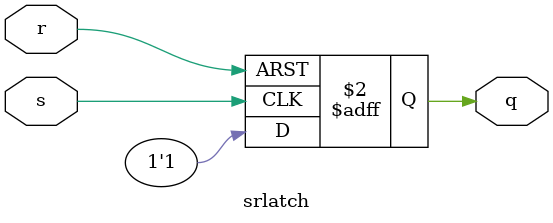
<source format=sv>
module srlatch(
    input  logic s, r,
    output logic q,
);
    always_ff @(posedge s, posedge r) begin
        if (r)
            q <= 0;
        else if(s)
            q <= 1;
    end
endmodule
</source>
